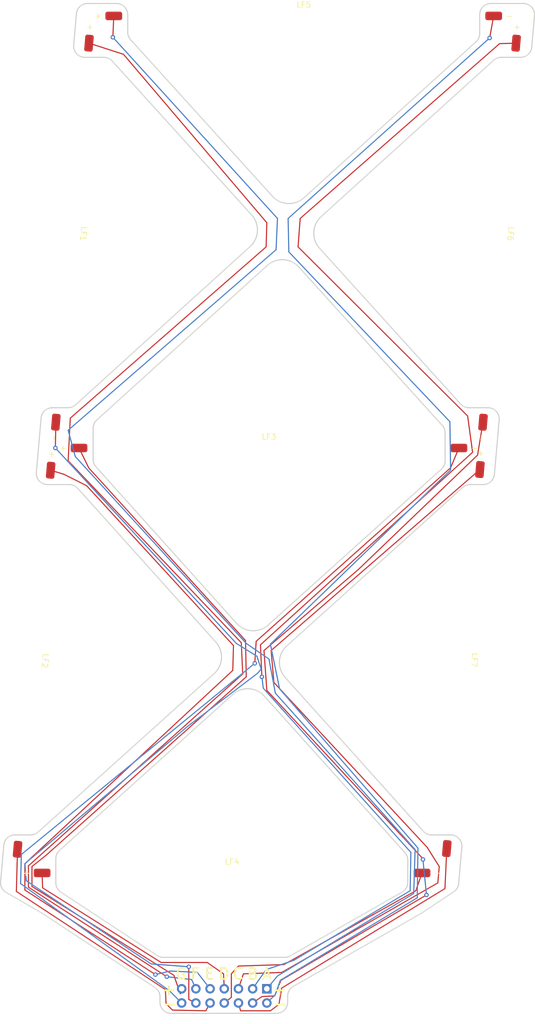
<source format=kicad_pcb>
(kicad_pcb (version 20211014) (generator pcbnew)
  (layers (0 "F.Cu" signal) (31 "B.Cu" signal) (34 "B.Paste" user) (35 "F.Paste" user) (36 "B.SilkS" user "B.Silkscreen") (37 "F.SilkS" user "F.Silkscreen") (38 "B.Mask" user) (39 "F.Mask" user) (44 "Edge.Cuts" user))
  (net 0 "")
  (net 1 "A+")
  (net 2 "A-")
  (net 3 "B+")
  (net 4 "B-")
  (net 5 "C+")
  (net 6 "C-")
  (net 7 "D+")
  (net 8 "D-")
  (net 9 "E+")
  (net 10 "E-")
  (net 11 "F+")
  (net 12 "F-")
  (net 13 "G+")
  (net 14 "G-")
  (footprint "LED_Filaments:LED_Filament_69mm" (layer "F.Cu") (at 107.823 37.084 -95)
    (fp_text reference "LF1" (at 0 -2 -95 unlocked) (layer "F.SilkS"))
    (fp_text value "LED_Filament_69mm")
    (fp_text user "-" (at 36.83 0 -95 unlocked) (layer "F.SilkS"))
    (fp_text user "+" (at -36.83 0 -95 unlocked) (layer "F.SilkS"))
    (pad "1" smd roundrect (at -34 0 265) (size 3 1.524) (layers "F.Cu" "F.Paste" "F.Mask") (net 11 "F+"))
    (pad "2" smd roundrect (at 34 0 265) (size 3 1.524) (layers "F.Cu" "F.Paste" "F.Mask") (net 12 "F-"))
  )
  (footprint "LED_Filaments:LED_Filament_69mm" (layer "F.Cu") (at 184.277 37.084 -95)
    (fp_text reference "LF6" (at 0 -2 -95 unlocked) (layer "F.SilkS"))
    (fp_text value "LED_Filament_69mm")
    (fp_text user "-" (at 36.83 0 -95 unlocked) (layer "F.SilkS"))
    (fp_text user "+" (at -36.83 0 -95 unlocked) (layer "F.SilkS"))
    (pad "1" smd roundrect (at -34 0 265) (size 3 1.524) (layers "F.Cu" "F.Paste" "F.Mask") (net 3 "B+"))
    (pad "2" smd roundrect (at 34 0 265) (size 3 1.524) (layers "F.Cu" "F.Paste" "F.Mask") (net 4 "B-"))
  )
  (footprint "LED_Filaments:LED_Filament_69mm" (layer "F.Cu") (at 143.002 75.565)
    (fp_text reference "LF3" (at 0 -2 unlocked) (layer "F.SilkS"))
    (fp_text value "LED_Filament_69mm")
    (fp_text user "-" (at 36.83 0 unlocked) (layer "F.SilkS"))
    (fp_text user "+" (at -36.83 0 unlocked) (layer "F.SilkS"))
    (pad "1" smd roundrect (at -34 0) (size 3 1.524) (layers "F.Cu" "F.Paste" "F.Mask") (net 13 "G+"))
    (pad "2" smd roundrect (at 34 0) (size 3 1.524) (layers "F.Cu" "F.Paste" "F.Mask") (net 14 "G-"))
  )
  (footprint "LED_Filaments:LED_Filament_69mm" (layer "F.Cu") (at 149.225 -1.651)
    (fp_text reference "LF5" (at 0 -2 unlocked) (layer "F.SilkS"))
    (fp_text value "LED_Filament_69mm")
    (fp_text user "+" (at -36.83 0 unlocked) (layer "F.SilkS"))
    (fp_text user "-" (at 36.83 0 unlocked) (layer "F.SilkS"))
    (pad "1" smd roundrect (at -34 0) (size 3 1.524) (layers "F.Cu" "F.Paste" "F.Mask") (net 1 "A+"))
    (pad "2" smd roundrect (at 34 0) (size 3 1.524) (layers "F.Cu" "F.Paste" "F.Mask") (net 2 "A-"))
  )
  (footprint "Connector_PinHeader_2.54mm:PinHeader_2x07_P2.54mm_Horizontal" (layer "F.Cu") (at 142.621 172.212 -90)
    (fp_text reference "J1" hide)
    (fp_text value "Conn_02x07_Top_Bottom")
    (pad "1" thru_hole rect (at 0 0 270) (size 1.7 1.7) (drill 1) (layers *.Cu *.Mask) (net 1 "A+"))
    (pad "2" thru_hole oval (at 2.54 0 270) (size 1.7 1.7) (drill 1) (layers *.Cu *.Mask) (net 2 "A-"))
    (pad "3" thru_hole oval (at 0 2.54 270) (size 1.7 1.7) (drill 1) (layers *.Cu *.Mask) (net 3 "B+"))
    (pad "4" thru_hole oval (at 2.54 2.54 270) (size 1.7 1.7) (drill 1) (layers *.Cu *.Mask) (net 4 "B-"))
    (pad "5" thru_hole oval (at 0 5.08 270) (size 1.7 1.7) (drill 1) (layers *.Cu *.Mask) (net 5 "C+"))
    (pad "6" thru_hole oval (at 2.54 5.08 270) (size 1.7 1.7) (drill 1) (layers *.Cu *.Mask) (net 6 "C-"))
    (pad "7" thru_hole oval (at 0 7.62 270) (size 1.7 1.7) (drill 1) (layers *.Cu *.Mask) (net 7 "D+"))
    (pad "8" thru_hole oval (at 2.54 7.62 270) (size 1.7 1.7) (drill 1) (layers *.Cu *.Mask) (net 8 "D-"))
    (pad "9" thru_hole oval (at 0 10.16 270) (size 1.7 1.7) (drill 1) (layers *.Cu *.Mask) (net 9 "E+"))
    (pad "10" thru_hole oval (at 2.54 10.16 270) (size 1.7 1.7) (drill 1) (layers *.Cu *.Mask) (net 10 "E-"))
    (pad "11" thru_hole oval (at 0 12.7 270) (size 1.7 1.7) (drill 1) (layers *.Cu *.Mask) (net 11 "F+"))
    (pad "12" thru_hole oval (at 2.54 12.7 270) (size 1.7 1.7) (drill 1) (layers *.Cu *.Mask) (net 12 "F-"))
    (pad "13" thru_hole oval (at 0 15.24 270) (size 1.7 1.7) (drill 1) (layers *.Cu *.Mask) (net 13 "G+"))
    (pad "14" thru_hole oval (at 2.54 15.24 270) (size 1.7 1.7) (drill 1) (layers *.Cu *.Mask) (net 14 "G-"))
  )
  (footprint "LED_Filaments:LED_Filament_69mm" (layer "F.Cu") (at 100.965 113.411 -95)
    (fp_text reference "LF2" (at 0 -2 -95 unlocked) (layer "F.SilkS"))
    (fp_text value "LED_Filament_69mm")
    (fp_text user "+" (at -36.83 0 -95 unlocked) (layer "F.SilkS"))
    (fp_text user "-" (at 36.83 0 -95 unlocked) (layer "F.SilkS"))
    (pad "1" smd roundrect (at -34 0 265) (size 3 1.524) (layers "F.Cu" "F.Paste" "F.Mask") (net 9 "E+"))
    (pad "2" smd roundrect (at 34 0 265) (size 3 1.524) (layers "F.Cu" "F.Paste" "F.Mask") (net 10 "E-"))
  )
  (footprint "LED_Filaments:LED_Filament_69mm" (layer "F.Cu") (at 136.398 151.511)
    (fp_text reference "LF4" (at 0 -2 unlocked) (layer "F.SilkS"))
    (fp_text value "LED_Filament_69mm")
    (fp_text user "-" (at 36.83 0 unlocked) (layer "F.SilkS"))
    (fp_text user "+" (at -36.83 0 unlocked) (layer "F.SilkS"))
    (pad "1" smd roundrect (at -34 0) (size 3 1.524) (layers "F.Cu" "F.Paste" "F.Mask") (net 7 "D+"))
    (pad "2" smd roundrect (at 34 0) (size 3 1.524) (layers "F.Cu" "F.Paste" "F.Mask") (net 8 "D-"))
  )
  (footprint "LED_Filaments:LED_Filament_69mm" (layer "F.Cu") (at 177.8 113.284 -95)
    (fp_text reference "LF7" (at 0 -2 -95 unlocked) (layer "F.SilkS"))
    (fp_text value "LED_Filament_69mm")
    (fp_text user "-" (at 36.83 0 -95 unlocked) (layer "F.SilkS"))
    (fp_text user "+" (at -36.83 0 -95 unlocked) (layer "F.SilkS"))
    (pad "1" smd roundrect (at -34 0 265) (size 3 1.524) (layers "F.Cu" "F.Paste" "F.Mask") (net 5 "C+"))
    (pad "2" smd roundrect (at 34 0 265) (size 3 1.524) (layers "F.Cu" "F.Paste" "F.Mask") (net 6 "C-"))
  )
  (gr_line (start 104.853158 153.267594) (end 104.853158 148.968723) (layer "Edge.Cuts") (width 0.2))
  (gr_line (start 149.264263 30.845363) (end 180.064214 2.966261) (layer "Edge.Cuts") (width 0.2))
  (gr_line (start 172.106722 144.716006) (end 175.533841 144.716006) (layer "Edge.Cuts") (width 0.2))
  (gr_line (start 122.591568 171.976126) (end 102.363334 158.682356) (layer "Edge.Cuts") (width 0.2))
  (gr_line (start 110.533975 -3.876453) (end 115.722057 -3.876453) (layer "Edge.Cuts") (width 0.2))
  (gr_arc (start 101.683014 144.20363) (mid 101.062041 144.583524) (end 100.346237 144.716006) (layer "Edge.Cuts") (width 0.2))
  (gr_line (start 105.516381 147.481099) (end 136.532214 119.610308) (layer "Edge.Cuts") (width 0.2))
  (gr_arc (start 167.853158 153.184133) (mid 167.582349 154.189071) (end 166.84326 154.921862) (layer "Edge.Cuts") (width 0.2))
  (gr_line (start 190.526386 -1.702142) (end 190.03476 3.917176) (layer "Edge.Cuts") (width 0.2))
  (gr_arc (start 146.353158 174.596454) (mid 145.767372 176.010668) (end 144.353158 176.596454) (layer "Edge.Cuts") (width 0.2))
  (gr_arc (start 115.722057 -3.876453) (mid 117.136271 -3.290667) (end 117.722057 -1.876453) (layer "Edge.Cuts") (width 0.2))
  (gr_arc (start 177.704541 82.612904) (mid 178.325514 82.233011) (end 179.041318 82.100529) (layer "Edge.Cuts") (width 0.2))
  (gr_line (start 112.192239 70.556135) (end 142.698429 42.942936) (layer "Edge.Cuts") (width 0.2))
  (gr_arc (start 118.240756 2.593802) (mid 117.856232 1.970229) (end 117.722057 1.250021) (layer "Edge.Cuts") (width 0.2))
  (gr_arc (start 139.904523 33.916281) (mid 140.937083 36.800515) (end 139.626235 39.569389) (layer "Edge.Cuts") (width 0.2))
  (gr_line (start 174.534396 72.862102) (end 174.534396 77.847812) (layer "Edge.Cuts") (width 0.2))
  (gr_arc (start 175.533841 144.716006) (mid 177.008396 145.364826) (end 177.52623 146.890318) (layer "Edge.Cuts") (width 0.2))
  (gr_arc (start 172.106722 144.716006) (mid 171.292761 144.54288) (end 170.619719 144.053474) (layer "Edge.Cuts") (width 0.2))
  (gr_arc (start 188.533997 -3.876453) (mid 190.008552 -3.227634) (end 190.526386 -1.702142) (layer "Edge.Cuts") (width 0.2))
  (gr_line (start 118.240756 2.593802) (end 143.617347 30.56738) (layer "Edge.Cuts") (width 0.2))
  (gr_line (start 122.993113 166.26783) (end 105.754749 154.938969) (layer "Edge.Cuts") (width 0.2))
  (gr_line (start 108.049959 3.568553) (end 108.541586 -2.050765) (layer "Edge.Cuts") (width 0.2))
  (gr_arc (start 146.353158 173.513414) (mid 146.623968 172.508477) (end 147.363057 171.775686) (layer "Edge.Cuts") (width 0.2))
  (gr_line (start 101.683014 144.20363) (end 133.185781 115.895281) (layer "Edge.Cuts") (width 0.2))
  (gr_arc (start 174.015697 71.51832) (mid 174.400221 72.141894) (end 174.534396 72.862102) (layer "Edge.Cuts") (width 0.2))
  (gr_arc (start 174.534396 77.847812) (mid 174.361081 78.662197) (end 173.871174 79.335436) (layer "Edge.Cuts") (width 0.2))
  (gr_arc (start 95.961476 154.983646) (mid 95.187841 154.175127) (end 94.969613 153.077588) (layer "Edge.Cuts") (width 0.2))
  (gr_arc (start 122.591568 171.976126) (mid 123.253388 172.69798) (end 123.493158 173.647501) (layer "Edge.Cuts") (width 0.2))
  (gr_arc (start 104.853158 148.968723) (mid 105.026474 148.154338) (end 105.516381 147.481099) (layer "Edge.Cuts") (width 0.2))
  (gr_arc (start 108.541586 -2.050765) (mid 109.182795 -3.351008) (end 110.533975 -3.876453) (layer "Edge.Cuts") (width 0.2))
  (gr_line (start 182.722057 -3.876453) (end 188.533997 -3.876453) (layer "Edge.Cuts") (width 0.2))
  (gr_line (start 113.460642 5.742864) (end 110.042348 5.742864) (layer "Edge.Cuts") (width 0.2))
  (gr_line (start 101.369529 79.926217) (end 102.220905 70.194947) (layer "Edge.Cuts") (width 0.2))
  (gr_arc (start 146.813472 166.334183) (mid 146.335496 166.529775) (end 145.823371 166.596454) (layer "Edge.Cuts") (width 0.2))
  (gr_line (start 152.058169 39.872017) (end 177.314511 67.713039) (layer "Edge.Cuts") (width 0.2))
  (gr_arc (start 152.058169 39.872017) (mid 151.025609 36.987783) (end 152.336457 34.21891) (layer "Edge.Cuts") (width 0.2))
  (gr_line (start 173.871174 79.335436) (end 142.85534 107.206227) (layer "Edge.Cuts") (width 0.2))
  (gr_line (start 167.853158 149.221529) (end 167.853158 153.184133) (layer "Edge.Cuts") (width 0.2))
  (gr_line (start 108.380466 67.852031) (end 139.626235 39.569389) (layer "Edge.Cuts") (width 0.2))
  (gr_arc (start 113.460642 5.742864) (mid 114.270715 5.914264) (end 114.941942 6.399083) (layer "Edge.Cuts") (width 0.2))
  (gr_line (start 145.901321 116.571438) (end 170.619719 144.053474) (layer "Edge.Cuts") (width 0.2))
  (gr_line (start 177.52623 146.890318) (end 176.957845 153.386997) (layer "Edge.Cuts") (width 0.2))
  (gr_arc (start 190.03476 3.917176) (mid 189.393551 5.21742) (end 188.04237 5.742864) (layer "Edge.Cuts") (width 0.2))
  (gr_arc (start 142.85534 107.206227) (mid 139.969383 108.225335) (end 137.207779 106.905914) (layer "Edge.Cuts") (width 0.2))
  (gr_arc (start 105.754749 154.938969) (mid 105.092929 154.217115) (end 104.853158 153.267594) (layer "Edge.Cuts") (width 0.2))
  (gr_arc (start 145.901321 116.571438) (mid 144.880972 113.6841) (end 146.201773 110.921254) (layer "Edge.Cuts") (width 0.2))
  (gr_line (start 117.722057 -1.876453) (end 117.722057 1.250021) (layer "Edge.Cuts") (width 0.2))
  (gr_line (start 166.84326 154.921862) (end 146.813472 166.334183) (layer "Edge.Cuts") (width 0.2))
  (gr_line (start 111.534396 77.595006) (end 111.534396 72.038907) (layer "Edge.Cuts") (width 0.2))
  (gr_arc (start 102.220905 70.194947) (mid 102.862113 68.894703) (end 104.213294 68.369258) (layer "Edge.Cuts") (width 0.2))
  (gr_arc (start 182.213316 68.369258) (mid 183.687871 69.018078) (end 184.205705 70.54357) (layer "Edge.Cuts") (width 0.2))
  (gr_line (start 104.213294 68.369258) (end 107.038309 68.369258) (layer "Edge.Cuts") (width 0.2))
  (gr_arc (start 183.224475 6.260092) (mid 183.847447 5.876646) (end 184.566632 5.742864) (layer "Edge.Cuts") (width 0.2))
  (gr_arc (start 136.532214 119.610308) (mid 139.418171 118.5912) (end 142.179776 119.91062) (layer "Edge.Cuts") (width 0.2))
  (gr_line (start 177.704541 82.612904) (end 146.201773 110.921254) (layer "Edge.Cuts") (width 0.2))
  (gr_arc (start 107.280833 82.100529) (mid 108.094793 82.273655) (end 108.767836 82.763061) (layer "Edge.Cuts") (width 0.2))
  (gr_arc (start 167.340162 147.884061) (mid 167.72051 148.505291) (end 167.853158 149.221529) (layer "Edge.Cuts") (width 0.2))
  (gr_arc (start 125.493158 176.596454) (mid 124.078944 176.010668) (end 123.493158 174.596454) (layer "Edge.Cuts") (width 0.2))
  (gr_arc (start 112.047393 78.932474) (mid 111.667044 78.311244) (end 111.534396 77.595006) (layer "Edge.Cuts") (width 0.2))
  (gr_line (start 139.904523 33.916281) (end 114.941942 6.399083) (layer "Edge.Cuts") (width 0.2))
  (gr_line (start 148.345345 43.220919) (end 174.015697 71.51832) (layer "Edge.Cuts") (width 0.2))
  (gr_line (start 94.969613 153.077588) (end 95.54143 146.541695) (layer "Edge.Cuts") (width 0.2))
  (gr_line (start 188.04237 5.742864) (end 184.566632 5.742864) (layer "Edge.Cuts") (width 0.2))
  (gr_arc (start 180.722057 -1.876453) (mid 181.307843 -3.290667) (end 182.722057 -3.876453) (layer "Edge.Cuts") (width 0.2))
  (gr_line (start 137.207779 106.905914) (end 112.047393 78.932474) (layer "Edge.Cuts") (width 0.2))
  (gr_arc (start 178.795811 68.369258) (mid 177.985738 68.197859) (end 177.314511 67.713039) (layer "Edge.Cuts") (width 0.2))
  (gr_line (start 183.224475 6.260092) (end 152.336457 34.21891) (layer "Edge.Cuts") (width 0.2))
  (gr_arc (start 95.54143 146.541695) (mid 96.182638 145.241451) (end 97.533819 144.716006) (layer "Edge.Cuts") (width 0.2))
  (gr_line (start 144.353158 176.596454) (end 125.493158 176.596454) (layer "Edge.Cuts") (width 0.2))
  (gr_arc (start 149.264263 30.845363) (mid 146.383277 31.87498) (end 143.617347 30.56738) (layer "Edge.Cuts") (width 0.2))
  (gr_line (start 102.363334 158.682356) (end 95.961476 154.983646) (layer "Edge.Cuts") (width 0.2))
  (gr_arc (start 124.091522 166.596454) (mid 123.518264 166.512538) (end 122.993113 166.26783) (layer "Edge.Cuts") (width 0.2))
  (gr_line (start 123.493158 174.596454) (end 123.493158 173.647501) (layer "Edge.Cuts") (width 0.2))
  (gr_line (start 146.353158 173.513414) (end 146.353158 174.596454) (layer "Edge.Cuts") (width 0.2))
  (gr_line (start 180.722057 1.483489) (end 180.722057 -1.876453) (layer "Edge.Cuts") (width 0.2))
  (gr_line (start 176.071445 154.879055) (end 170.328411 158.690775) (layer "Edge.Cuts") (width 0.2))
  (gr_line (start 107.280833 82.100529) (end 103.361918 82.100529) (layer "Edge.Cuts") (width 0.2))
  (gr_arc (start 110.042348 5.742864) (mid 108.567793 5.094045) (end 108.049959 3.568553) (layer "Edge.Cuts") (width 0.2))
  (gr_arc (start 103.361918 82.100529) (mid 101.887364 81.451709) (end 101.369529 79.926217) (layer "Edge.Cuts") (width 0.2))
  (gr_line (start 97.533819 144.716006) (end 100.346237 144.716006) (layer "Edge.Cuts") (width 0.2))
  (gr_line (start 170.328411 158.690775) (end 147.363057 171.775686) (layer "Edge.Cuts") (width 0.2))
  (gr_line (start 184.205705 70.54357) (end 183.35433 80.27484) (layer "Edge.Cuts") (width 0.2))
  (gr_line (start 181.36194 82.100529) (end 179.041318 82.100529) (layer "Edge.Cuts") (width 0.2))
  (gr_line (start 178.795811 68.369258) (end 182.213316 68.369258) (layer "Edge.Cuts") (width 0.2))
  (gr_line (start 133.486233 110.245097) (end 108.767836 82.763061) (layer "Edge.Cuts") (width 0.2))
  (gr_arc (start 180.722057 1.483489) (mid 180.550213 2.294564) (end 180.064214 2.966261) (layer "Edge.Cuts") (width 0.2))
  (gr_arc (start 142.698429 42.942936) (mid 145.579415 41.913319) (end 148.345345 43.220919) (layer "Edge.Cuts") (width 0.2))
  (gr_arc (start 176.957845 153.386997) (mid 176.684916 154.234181) (end 176.071445 154.879055) (layer "Edge.Cuts") (width 0.2))
  (gr_arc (start 183.35433 80.27484) (mid 182.713121 81.575084) (end 181.36194 82.100529) (layer "Edge.Cuts") (width 0.2))
  (gr_arc (start 108.380466 67.852031) (mid 107.757494 68.235477) (end 107.038309 68.369258) (layer "Edge.Cuts") (width 0.2))
  (gr_line (start 142.179776 119.91062) (end 167.340162 147.884061) (layer "Edge.Cuts") (width 0.2))
  (gr_line (start 145.823371 166.596454) (end 124.091522 166.596454) (layer "Edge.Cuts") (width 0.2))
  (gr_arc (start 111.534396 72.038907) (mid 111.70624 71.227832) (end 112.192239 70.556135) (layer "Edge.Cuts") (width 0.2))
  (gr_arc (start 133.486233 110.245097) (mid 134.506583 113.132435) (end 133.185781 115.895281) (layer "Edge.Cuts") (width 0.2))
  (gr_text "+" (at 125.095 172.339) (layer "F.SilkS") (effects (font (size 2 2) (thickness 0.3))))
  (gr_text "A" (at 142.621 169.545) (layer "F.SilkS") (effects (font (size 2 2) (thickness 0.3))))
  (gr_text "B" (at 140.05983 169.545) (layer "F.SilkS") (effects (font (size 2 2) (thickness 0.3))))
  (gr_text "E" (at 132.376332 169.545) (layer "F.SilkS") (effects (font (size 2 2) (thickness 0.3))))
  (gr_text "C" (at 137.498664 169.545) (layer "F.SilkS") (effects (font (size 2 2) (thickness 0.3))))
  (gr_text "D" (at 134.937498 169.545) (layer "F.SilkS") (effects (font (size 2 2) (thickness 0.3))))
  (gr_text "-" (at 125.222 174.879) (layer "F.SilkS") (effects (font (size 2 2) (thickness 0.3))))
  (gr_text "G" (at 127.254 169.545) (layer "F.SilkS") (effects (font (size 2 2) (thickness 0.3))))
  (gr_text "F" (at 129.815166 169.545) (layer "F.SilkS") (effects (font (size 2 2) (thickness 0.3))))
  (gr_text "+" (at 144.907 172.339) (layer "F.SilkS") (effects (font (size 2 2) (thickness 0.3))))
  (gr_text "-" (at 145.034 174.879) (layer "F.SilkS") (effects (font (size 2 2) (thickness 0.3))))
  (segment (start 115.225 -1.651) (end 115.062 2.159) (width 0.2) (layer "F.Cu") (net 1))
  (via (at 115.062 2.159) (size 0.8) (drill 0.4) (layers "F.Cu" "B.Cu") (net 1))
  (segment (start 143.002 113.284) (end 144.145 119.38) (width 0.2) (layer "B.Cu") (net 1))
  (segment (start 144.526 169.926) (end 142.621 172.212) (width 0.2) (layer "B.Cu") (net 1))
  (segment (start 115.062 2.159) (end 144.526 34.544) (width 0.2) (layer "B.Cu") (net 1))
  (segment (start 107.061 72.39) (end 108.331 77.089) (width 0.2) (layer "B.Cu") (net 1))
  (segment (start 108.331 77.089) (end 138.938 110.49) (width 0.2) (layer "B.Cu") (net 1))
  (segment (start 144.526 34.544) (end 144.272 40.132) (width 0.2) (layer "B.Cu") (net 1))
  (segment (start 168.91 155.194) (end 144.526 169.926) (width 0.2) (layer "B.Cu") (net 1))
  (segment (start 144.145 119.38) (end 169.164 147.32) (width 0.2) (layer "B.Cu") (net 1))
  (segment (start 169.164 147.32) (end 168.91 155.194) (width 0.2) (layer "B.Cu") (net 1))
  (segment (start 138.938 110.49) (end 143.002 113.284) (width 0.2) (layer "B.Cu") (net 1))
  (segment (start 144.272 40.132) (end 107.061 72.39) (width 0.2) (layer "B.Cu") (net 1))
  (segment (start 182.499 2.286) (end 183.225 -1.651) (width 0.2) (layer "F.Cu") (net 2))
  (via (at 182.499 2.286) (size 0.8) (drill 0.4) (layers "F.Cu" "B.Cu") (net 2))
  (segment (start 175.514 79.502) (end 175.387 70.866) (width 0.2) (layer "B.Cu") (net 2))
  (segment (start 143.256 110.617) (end 175.514 79.502) (width 0.2) (layer "B.Cu") (net 2))
  (segment (start 169.672 147.066) (end 144.907 118.618) (width 0.2) (layer "B.Cu") (net 2))
  (segment (start 175.387 70.866) (end 146.558 40.513) (width 0.2) (layer "B.Cu") (net 2))
  (segment (start 144.907 118.618) (end 143.256 110.617) (width 0.2) (layer "B.Cu") (net 2))
  (segment (start 142.621 174.752) (end 144.145 173.228) (width 0.2) (layer "B.Cu") (net 2))
  (segment (start 146.558 40.513) (end 146.431 34.544) (width 0.2) (layer "B.Cu") (net 2))
  (segment (start 169.545 155.956) (end 169.672 147.066) (width 0.2) (layer "B.Cu") (net 2))
  (segment (start 144.145 173.228) (end 145.034 170.688) (width 0.2) (layer "B.Cu") (net 2))
  (segment (start 146.431 34.544) (end 182.499 2.286) (width 0.2) (layer "B.Cu") (net 2))
  (segment (start 145.034 170.688) (end 169.545 155.956) (width 0.2) (layer "B.Cu") (net 2))
  (segment (start 141.478 110.744) (end 179.451 76.327) (width 0.2) (layer "F.Cu") (net 3))
  (segment (start 141.732 116.459) (end 141.478 110.744) (width 0.2) (layer "F.Cu") (net 3))
  (segment (start 148.59 34.544) (end 184.277 3.302) (width 0.2) (layer "F.Cu") (net 3))
  (segment (start 148.209 39.624) (end 148.59 34.544) (width 0.2) (layer "F.Cu") (net 3))
  (segment (start 179.451 76.327) (end 178.562 69.85) (width 0.2) (layer "F.Cu") (net 3))
  (segment (start 184.277 3.302) (end 187.240295 3.21338) (width 0.2) (layer "F.Cu") (net 3))
  (segment (start 178.562 69.85) (end 148.209 39.624) (width 0.2) (layer "F.Cu") (net 3))
  (via (at 141.732 116.459) (size 0.8) (drill 0.4) (layers "F.Cu" "B.Cu") (net 3))
  (segment (start 147.447 167.132) (end 168.275 154.686) (width 0.2) (layer "B.Cu") (net 3))
  (segment (start 140.081 172.212) (end 142.494 168.783) (width 0.2) (layer "B.Cu") (net 3))
  (segment (start 168.402 147.828) (end 141.986 118.491) (width 0.2) (layer "B.Cu") (net 3))
  (segment (start 142.494 168.783) (end 147.447 167.132) (width 0.2) (layer "B.Cu") (net 3))
  (segment (start 168.275 154.686) (end 168.402 147.828) (width 0.2) (layer "B.Cu") (net 3))
  (segment (start 141.986 118.491) (end 141.732 116.459) (width 0.2) (layer "B.Cu") (net 3))
  (segment (start 140.081 174.752) (end 141.732 173.609) (width 0.2) (layer "F.Cu") (net 4))
  (segment (start 159.004 97.282) (end 142.113 111.76) (width 0.2) (layer "F.Cu") (net 4))
  (segment (start 142.621 118.872) (end 170.561 148.971) (width 0.2) (layer "F.Cu") (net 4))
  (segment (start 142.113 111.76) (end 142.621 118.872) (width 0.2) (layer "F.Cu") (net 4))
  (segment (start 141.732 173.609) (end 144.018 173.482) (width 0.2) (layer "F.Cu") (net 4))
  (segment (start 144.018 173.482) (end 145.161 170.688) (width 0.2) (layer "F.Cu") (net 4))
  (segment (start 180.34 76.835) (end 159.004 97.282) (width 0.2) (layer "F.Cu") (net 4))
  (segment (start 145.161 170.688) (end 171.196 155.448) (width 0.2) (layer "F.Cu") (net 4))
  (segment (start 181.313705 70.95462) (end 180.34 76.835) (width 0.2) (layer "F.Cu") (net 4))
  (via (at 171.196 155.448) (size 0.8) (drill 0.4) (layers "F.Cu" "B.Cu") (net 4))
  (via (at 170.561 149.098) (size 0.8) (drill 0.4) (layers "F.Cu" "B.Cu") (net 4))
  (segment (start 171.196 155.448) (end 170.561 149.098) (width 0.2) (layer "B.Cu") (net 4))
  (segment (start 143.383 111.76) (end 180.763295 79.41338) (width 0.2) (layer "F.Cu") (net 5))
  (segment (start 171.323 146.939) (end 143.891 117.475) (width 0.2) (layer "F.Cu") (net 5))
  (segment (start 145.288 169.291) (end 173.228 153.289) (width 0.2) (layer "F.Cu") (net 5))
  (segment (start 173.228 153.289) (end 173.482 150.368) (width 0.2) (layer "F.Cu") (net 5))
  (segment (start 143.891 117.475) (end 143.383 111.76) (width 0.2) (layer "F.Cu") (net 5))
  (segment (start 138.43 169.545) (end 145.288 169.291) (width 0.2) (layer "F.Cu") (net 5))
  (segment (start 173.482 150.368) (end 171.323 146.939) (width 0.2) (layer "F.Cu") (net 5))
  (segment (start 137.541 172.212) (end 138.43 169.545) (width 0.2) (layer "F.Cu") (net 5))
  (segment (start 174.498 154.305) (end 145.288 172.085) (width 0.2) (layer "F.Cu") (net 6))
  (segment (start 145.288 172.085) (end 144.78 175.006) (width 0.2) (layer "F.Cu") (net 6))
  (segment (start 143.256 176.149) (end 137.922 176.149) (width 0.2) (layer "F.Cu") (net 6))
  (segment (start 144.78 175.006) (end 143.256 176.149) (width 0.2) (layer "F.Cu") (net 6))
  (segment (start 174.836705 147.15462) (end 174.498 154.305) (width 0.2) (layer "F.Cu") (net 6))
  (segment (start 137.922 176.149) (end 137.541 174.752) (width 0.2) (layer "F.Cu") (net 6))
  (segment (start 134.874 169.545) (end 135.001 172.212) (width 0.2) (layer "F.Cu") (net 7))
  (segment (start 102.489 154.178) (end 123.698 167.513) (width 0.2) (layer "F.Cu") (net 7))
  (segment (start 102.398 151.511) (end 102.489 154.178) (width 0.2) (layer "F.Cu") (net 7))
  (segment (start 131.953 167.513) (end 134.874 169.545) (width 0.2) (layer "F.Cu") (net 7))
  (segment (start 123.698 167.513) (end 131.953 167.513) (width 0.2) (layer "F.Cu") (net 7))
  (segment (start 137.541 168.148) (end 136.271 169.545) (width 0.2) (layer "F.Cu") (net 8))
  (segment (start 136.271 169.545) (end 136.271 173.736) (width 0.2) (layer "F.Cu") (net 8))
  (segment (start 169.291 154.686) (end 145.669 167.894) (width 0.2) (layer "F.Cu") (net 8))
  (segment (start 170.398 151.511) (end 169.291 154.686) (width 0.2) (layer "F.Cu") (net 8))
  (segment (start 136.271 173.736) (end 135.001 174.752) (width 0.2) (layer "F.Cu") (net 8))
  (segment (start 145.669 167.894) (end 137.541 168.148) (width 0.2) (layer "F.Cu") (net 8))
  (segment (start 136.525 115.316) (end 136.652 110.871) (width 0.2) (layer "F.Cu") (net 9))
  (segment (start 136.652 110.871) (end 110.363 82.296) (width 0.2) (layer "F.Cu") (net 9))
  (segment (start 122.682 169.672) (end 99.314 154.559) (width 0.2) (layer "F.Cu") (net 9))
  (segment (start 110.363 82.296) (end 106.299 80.264) (width 0.2) (layer "F.Cu") (net 9))
  (segment (start 99.314 154.559) (end 99.314 149.86) (width 0.2) (layer "F.Cu") (net 9))
  (segment (start 106.299 80.264) (end 103.928295 79.54038) (width 0.2) (layer "F.Cu") (net 9))
  (segment (start 99.314 149.86) (end 136.525 115.316) (width 0.2) (layer "F.Cu") (net 9))
  (via (at 122.682 169.672) (size 0.8) (drill 0.4) (layers "F.Cu" "B.Cu") (net 9))
  (segment (start 122.682 169.672) (end 125.349 169.037) (width 0.2) (layer "B.Cu") (net 9))
  (segment (start 130.175 169.291) (end 132.461 172.212) (width 0.2) (layer "B.Cu") (net 9))
  (segment (start 125.349 169.037) (end 130.175 169.291) (width 0.2) (layer "B.Cu") (net 9))
  (segment (start 124.587 174.879) (end 125.73 176.022) (width 0.2) (layer "F.Cu") (net 10))
  (segment (start 131.699 176.149) (end 132.461 174.752) (width 0.2) (layer "F.Cu") (net 10))
  (segment (start 124.46 172.339) (end 124.587 174.879) (width 0.2) (layer "F.Cu") (net 10))
  (segment (start 98.001705 147.28162) (end 97.79 154.813) (width 0.2) (layer "F.Cu") (net 10))
  (segment (start 125.73 176.022) (end 131.699 176.149) (width 0.2) (layer "F.Cu") (net 10))
  (segment (start 97.79 154.813) (end 124.46 172.339) (width 0.2) (layer "F.Cu") (net 10))
  (segment (start 116.967 5.207) (end 110.786295 3.21338) (width 0.2) (layer "F.Cu") (net 11))
  (segment (start 142.494 39.624) (end 142.621 35.306) (width 0.2) (layer "F.Cu") (net 11))
  (segment (start 99.949 154.051) (end 99.949 150.241) (width 0.2) (layer "F.Cu") (net 11))
  (segment (start 138.303 115.951) (end 138.049 110.363) (width 0.2) (layer "F.Cu") (net 11))
  (segment (start 138.049 110.363) (end 107.061 77.851) (width 0.2) (layer "F.Cu") (net 11))
  (segment (start 99.949 150.241) (end 138.303 115.951) (width 0.2) (layer "F.Cu") (net 11))
  (segment (start 107.442 70.231) (end 142.494 39.624) (width 0.2) (layer "F.Cu") (net 11))
  (segment (start 107.061 77.851) (end 107.442 70.231) (width 0.2) (layer "F.Cu") (net 11))
  (segment (start 124.714 170.053) (end 99.949 154.051) (width 0.2) (layer "F.Cu") (net 11))
  (segment (start 142.621 35.306) (end 116.967 5.207) (width 0.2) (layer "F.Cu") (net 11))
  (via (at 124.714 170.053) (size 0.8) (drill 0.4) (layers "F.Cu" "B.Cu") (net 11))
  (segment (start 124.714 170.053) (end 129.159 170.561) (width 0.2) (layer "B.Cu") (net 11))
  (segment (start 129.159 170.561) (end 129.921 172.212) (width 0.2) (layer "B.Cu") (net 11))
  (segment (start 128.651 168.275) (end 128.651 174.117) (width 0.2) (layer "F.Cu") (net 12))
  (segment (start 128.651 174.117) (end 129.921 174.752) (width 0.2) (layer "F.Cu") (net 12))
  (segment (start 104.859705 70.95462) (end 104.775 75.565) (width 0.2) (layer "F.Cu") (net 12))
  (via (at 128.651 168.275) (size 0.8) (drill 0.4) (layers "F.Cu" "B.Cu") (net 12))
  (via (at 104.775 75.565) (size 0.8) (drill 0.4) (layers "F.Cu" "B.Cu") (net 12))
  (segment (start 141.605 115.062) (end 140.843 112.776) (width 0.2) (layer "B.Cu") (net 12))
  (segment (start 99.314 149.86) (end 128.397 125.349) (width 0.2) (layer "B.Cu") (net 12))
  (segment (start 121.92 167.767) (end 99.568 152.908) (width 0.2) (layer "B.Cu") (net 12))
  (segment (start 137.16 110.49) (end 104.775 75.565) (width 0.2) (layer "B.Cu") (net 12))
  (segment (start 128.397 125.349) (end 140.97 115.824) (width 0.2) (layer "B.Cu") (net 12))
  (segment (start 140.97 115.824) (end 141.605 115.062) (width 0.2) (layer "B.Cu") (net 12))
  (segment (start 140.843 112.776) (end 137.16 110.49) (width 0.2) (layer "B.Cu") (net 12))
  (segment (start 99.568 152.908) (end 99.314 149.86) (width 0.2) (layer "B.Cu") (net 12))
  (segment (start 128.651 168.275) (end 121.92 167.767) (width 0.2) (layer "B.Cu") (net 12))
  (segment (start 138.938 116.459) (end 103.124 148.336) (width 0.2) (layer "F.Cu") (net 13))
  (segment (start 100.584 150.368) (end 100.584 153.924) (width 0.2) (layer "F.Cu") (net 13))
  (segment (start 103.124 148.336) (end 100.584 150.368) (width 0.2) (layer "F.Cu") (net 13))
  (segment (start 109.002 75.565) (end 110.744 79.121) (width 0.2) (layer "F.Cu") (net 13))
  (segment (start 110.744 79.121) (end 138.811 109.982) (width 0.2) (layer "F.Cu") (net 13))
  (segment (start 127.127 173.101) (end 127.381 172.212) (width 0.2) (layer "F.Cu") (net 13))
  (segment (start 100.584 153.924) (end 125.984 169.799) (width 0.2) (layer "F.Cu") (net 13))
  (segment (start 138.811 109.982) (end 138.938 116.459) (width 0.2) (layer "F.Cu") (net 13))
  (segment (start 125.984 169.799) (end 127.127 173.101) (width 0.2) (layer "F.Cu") (net 13))
  (segment (start 175.500422 79.121) (end 177.002 75.565) (width 0.2) (layer "F.Cu") (net 14))
  (segment (start 175.500422 79.121) (end 140.716 110.109) (width 0.2) (layer "F.Cu") (net 14))
  (segment (start 140.716 110.109) (end 140.462 114.046) (width 0.2) (layer "F.Cu") (net 14))
  (via (at 140.462 114.046) (size 0.8) (drill 0.4) (layers "F.Cu" "B.Cu") (net 14))
  (segment (start 140.462 114.046) (end 98.679 148.209) (width 0.2) (layer "B.Cu") (net 14))
  (segment (start 98.552 153.416) (end 125.222 172.593) (width 0.2) (layer "B.Cu") (net 14))
  (segment (start 98.679 148.209) (end 98.552 153.416) (width 0.2) (layer "B.Cu") (net 14))
  (segment (start 125.222 172.593) (end 127.381 174.752) (width 0.2) (layer "B.Cu") (net 14))
)
</source>
